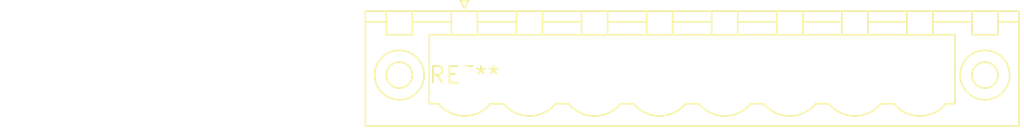
<source format=kicad_pcb>
(kicad_pcb (version 20240108) (generator pcbnew)
  (layers (0 "F.Cu" signal) (31 "B.Cu" signal) (34 "B.Paste" user) (35 "F.Paste" user) (36 "B.SilkS" user "B.Silkscreen") (37 "F.SilkS" user "F.Silkscreen") (38 "B.Mask" user) (39 "F.Mask" user) (44 "Edge.Cuts" user))
  (net 0 "")
  (footprint "PhoenixContact_MSTBV_2,5_8-GF_1x08_P5.00mm_Vertical_ThreadedFlange" (layer "F.Cu") (at 0 0)
    (property "Reference" "REF**")
    (property "Value" "PhoenixContact_MSTBV_2,5_8-GF_1x08_P5.00mm_Vertical_ThreadedFlange")
    (fp_line (start -7.61 -4.91) (end -7.61 3.91) (layer "F.SilkS") (stroke (width 0.12)))
    (fp_line (start -7.61 -4.1) (end -6.11 -4.1) (layer "F.SilkS") (stroke (width 0.12)))
    (fp_line (start -7.61 3.91) (end 42.61 3.91) (layer "F.SilkS") (stroke (width 0.12)))
    (fp_line (start -6 -4.91) (end -4 -4.91) (layer "F.SilkS") (stroke (width 0.12)))
    (fp_line (start -6 -3.1) (end -6 -4.91) (layer "F.SilkS") (stroke (width 0.12)))
    (fp_line (start -4 -4.91) (end -4 -3.1) (layer "F.SilkS") (stroke (width 0.12)))
    (fp_line (start -4 -4.1) (end -1 -4.1) (layer "F.SilkS") (stroke (width 0.12)))
    (fp_line (start -4 -3.1) (end -6 -3.1) (layer "F.SilkS") (stroke (width 0.12)))
    (fp_line (start -2.7 -3.1) (end 37.7 -3.1) (layer "F.SilkS") (stroke (width 0.12)))
    (fp_line (start -2.7 2.2) (end -2.7 -3.1) (layer "F.SilkS") (stroke (width 0.12)))
    (fp_line (start -2 2.2) (end -2.7 2.2) (layer "F.SilkS") (stroke (width 0.12)))
    (fp_line (start -1 -4.91) (end 1 -4.91) (layer "F.SilkS") (stroke (width 0.12)))
    (fp_line (start -1 -3.1) (end -1 -4.91) (layer "F.SilkS") (stroke (width 0.12)))
    (fp_line (start -0.3 -5.71) (end 0.3 -5.71) (layer "F.SilkS") (stroke (width 0.12)))
    (fp_line (start 0 -5.11) (end -0.3 -5.71) (layer "F.SilkS") (stroke (width 0.12)))
    (fp_line (start 0.3 -5.71) (end 0 -5.11) (layer "F.SilkS") (stroke (width 0.12)))
    (fp_line (start 1 -4.91) (end 1 -3.1) (layer "F.SilkS") (stroke (width 0.12)))
    (fp_line (start 1 -4.1) (end 4 -4.1) (layer "F.SilkS") (stroke (width 0.12)))
    (fp_line (start 1 -3.1) (end -1 -3.1) (layer "F.SilkS") (stroke (width 0.12)))
    (fp_line (start 2 2.2) (end 3 2.2) (layer "F.SilkS") (stroke (width 0.12)))
    (fp_line (start 4 -4.91) (end 6 -4.91) (layer "F.SilkS") (stroke (width 0.12)))
    (fp_line (start 4 -3.1) (end 4 -4.91) (layer "F.SilkS") (stroke (width 0.12)))
    (fp_line (start 6 -4.91) (end 6 -3.1) (layer "F.SilkS") (stroke (width 0.12)))
    (fp_line (start 6 -4.1) (end 9 -4.1) (layer "F.SilkS") (stroke (width 0.12)))
    (fp_line (start 6 -3.1) (end 4 -3.1) (layer "F.SilkS") (stroke (width 0.12)))
    (fp_line (start 7 2.2) (end 8 2.2) (layer "F.SilkS") (stroke (width 0.12)))
    (fp_line (start 9 -4.91) (end 11 -4.91) (layer "F.SilkS") (stroke (width 0.12)))
    (fp_line (start 9 -3.1) (end 9 -4.91) (layer "F.SilkS") (stroke (width 0.12)))
    (fp_line (start 11 -4.91) (end 11 -3.1) (layer "F.SilkS") (stroke (width 0.12)))
    (fp_line (start 11 -4.1) (end 14 -4.1) (layer "F.SilkS") (stroke (width 0.12)))
    (fp_line (start 11 -3.1) (end 9 -3.1) (layer "F.SilkS") (stroke (width 0.12)))
    (fp_line (start 12 2.2) (end 13 2.2) (layer "F.SilkS") (stroke (width 0.12)))
    (fp_line (start 14 -4.91) (end 16 -4.91) (layer "F.SilkS") (stroke (width 0.12)))
    (fp_line (start 14 -3.1) (end 14 -4.91) (layer "F.SilkS") (stroke (width 0.12)))
    (fp_line (start 16 -4.91) (end 16 -3.1) (layer "F.SilkS") (stroke (width 0.12)))
    (fp_line (start 16 -4.1) (end 19 -4.1) (layer "F.SilkS") (stroke (width 0.12)))
    (fp_line (start 16 -3.1) (end 14 -3.1) (layer "F.SilkS") (stroke (width 0.12)))
    (fp_line (start 17 2.2) (end 18 2.2) (layer "F.SilkS") (stroke (width 0.12)))
    (fp_line (start 19 -4.91) (end 21 -4.91) (layer "F.SilkS") (stroke (width 0.12)))
    (fp_line (start 19 -3.1) (end 19 -4.91) (layer "F.SilkS") (stroke (width 0.12)))
    (fp_line (start 21 -4.91) (end 21 -3.1) (layer "F.SilkS") (stroke (width 0.12)))
    (fp_line (start 21 -4.1) (end 24 -4.1) (layer "F.SilkS") (stroke (width 0.12)))
    (fp_line (start 21 -3.1) (end 19 -3.1) (layer "F.SilkS") (stroke (width 0.12)))
    (fp_line (start 22 2.2) (end 23 2.2) (layer "F.SilkS") (stroke (width 0.12)))
    (fp_line (start 24 -4.91) (end 26 -4.91) (layer "F.SilkS") (stroke (width 0.12)))
    (fp_line (start 24 -3.1) (end 24 -4.91) (layer "F.SilkS") (stroke (width 0.12)))
    (fp_line (start 26 -4.91) (end 26 -3.1) (layer "F.SilkS") (stroke (width 0.12)))
    (fp_line (start 26 -4.1) (end 29 -4.1) (layer "F.SilkS") (stroke (width 0.12)))
    (fp_line (start 26 -3.1) (end 24 -3.1) (layer "F.SilkS") (stroke (width 0.12)))
    (fp_line (start 27 2.2) (end 28 2.2) (layer "F.SilkS") (stroke (width 0.12)))
    (fp_line (start 29 -4.91) (end 31 -4.91) (layer "F.SilkS") (stroke (width 0.12)))
    (fp_line (start 29 -3.1) (end 29 -4.91) (layer "F.SilkS") (stroke (width 0.12)))
    (fp_line (start 31 -4.91) (end 31 -3.1) (layer "F.SilkS") (stroke (width 0.12)))
    (fp_line (start 31 -4.1) (end 34 -4.1) (layer "F.SilkS") (stroke (width 0.12)))
    (fp_line (start 31 -3.1) (end 29 -3.1) (layer "F.SilkS") (stroke (width 0.12)))
    (fp_line (start 32 2.2) (end 33 2.2) (layer "F.SilkS") (stroke (width 0.12)))
    (fp_line (start 34 -4.91) (end 36 -4.91) (layer "F.SilkS") (stroke (width 0.12)))
    (fp_line (start 34 -3.1) (end 34 -4.91) (layer "F.SilkS") (stroke (width 0.12)))
    (fp_line (start 36 -4.91) (end 36 -3.1) (layer "F.SilkS") (stroke (width 0.12)))
    (fp_line (start 36 -4.1) (end 39 -4.1) (layer "F.SilkS") (stroke (width 0.12)))
    (fp_line (start 36 -3.1) (end 34 -3.1) (layer "F.SilkS") (stroke (width 0.12)))
    (fp_line (start 37.7 -3.1) (end 37.7 2.2) (layer "F.SilkS") (stroke (width 0.12)))
    (fp_line (start 37.7 2.2) (end 37 2.2) (layer "F.SilkS") (stroke (width 0.12)))
    (fp_line (start 39 -4.91) (end 41 -4.91) (layer "F.SilkS") (stroke (width 0.12)))
    (fp_line (start 39 -3.1) (end 39 -4.91) (layer "F.SilkS") (stroke (width 0.12)))
    (fp_line (start 41 -4.91) (end 41 -3.1) (layer "F.SilkS") (stroke (width 0.12)))
    (fp_line (start 41 -3.1) (end 39 -3.1) (layer "F.SilkS") (stroke (width 0.12)))
    (fp_line (start 42.61 -4.91) (end -7.61 -4.91) (layer "F.SilkS") (stroke (width 0.12)))
    (fp_line (start 42.61 -4.1) (end 41.11 -4.1) (layer "F.SilkS") (stroke (width 0.12)))
    (fp_line (start 42.61 3.91) (end 42.61 -4.91) (layer "F.SilkS") (stroke (width 0.12)))
    (fp_arc (start 1.986842 2.215821) (mid -0.010289 3.142758) (end -2 2.2) (layer "F.SilkS") (stroke (width 0.12)))
    (fp_arc (start 6.986842 2.215821) (mid 4.989711 3.142758) (end 3 2.2) (layer "F.SilkS") (stroke (width 0.12)))
    (fp_arc (start 11.986842 2.215821) (mid 9.989711 3.142758) (end 8 2.2) (layer "F.SilkS") (stroke (width 0.12)))
    (fp_arc (start 16.986842 2.215821) (mid 14.989711 3.142758) (end 13 2.2) (layer "F.SilkS") (stroke (width 0.12)))
    (fp_arc (start 21.986842 2.215821) (mid 19.989711 3.142758) (end 18 2.2) (layer "F.SilkS") (stroke (width 0.12)))
    (fp_arc (start 26.986842 2.215821) (mid 24.989711 3.142758) (end 23 2.2) (layer "F.SilkS") (stroke (width 0.12)))
    (fp_arc (start 31.986842 2.215821) (mid 29.989711 3.142758) (end 28 2.2) (layer "F.SilkS") (stroke (width 0.12)))
    (fp_arc (start 36.986842 2.215821) (mid 34.989711 3.142758) (end 33 2.2) (layer "F.SilkS") (stroke (width 0.12)))
    (fp_circle (center -5 0) (end -4 0) (layer "F.SilkS") (stroke (width 0.12)) (fill none))
    (fp_circle (center -5 0) (end -3.1 0) (layer "F.SilkS") (stroke (width 0.12)) (fill none))
    (fp_circle (center 40 0) (end 41 0) (layer "F.SilkS") (stroke (width 0.12)) (fill none))
    (fp_circle (center 40 0) (end 41.9 0) (layer "F.SilkS") (stroke (width 0.12)) (fill none))
    (pad "1" thru_hole roundrect (at 0 0) (size 2 3.6) (drill 1.4) (layers *.Cu *.Mask) (remove_unused_layers) (roundrect_rratio 0.125))
    (pad "2" thru_hole oval (at 5 0) (size 2 3.6) (drill 1.4) (layers *.Cu *.Mask) (remove_unused_layers))
    (pad "3" thru_hole oval (at 10 0) (size 2 3.6) (drill 1.4) (layers *.Cu *.Mask) (remove_unused_layers))
    (pad "4" thru_hole oval (at 15 0) (size 2 3.6) (drill 1.4) (layers *.Cu *.Mask) (remove_unused_layers))
    (pad "5" thru_hole oval (at 20 0) (size 2 3.6) (drill 1.4) (layers *.Cu *.Mask) (remove_unused_layers))
    (pad "6" thru_hole oval (at 25 0) (size 2 3.6) (drill 1.4) (layers *.Cu *.Mask) (remove_unused_layers))
    (pad "7" thru_hole oval (at 30 0) (size 2 3.6) (drill 1.4) (layers *.Cu *.Mask) (remove_unused_layers))
    (pad "8" thru_hole oval (at 35 0) (size 2 3.6) (drill 1.4) (layers *.Cu *.Mask) (remove_unused_layers))
  )
)
</source>
